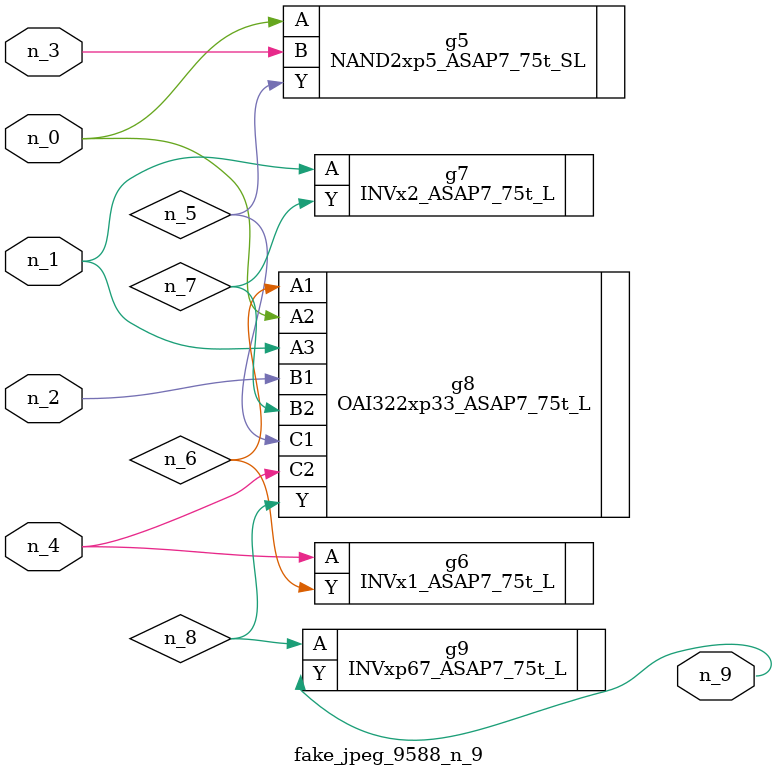
<source format=v>
module fake_jpeg_9588_n_9 (n_3, n_2, n_1, n_0, n_4, n_9);

input n_3;
input n_2;
input n_1;
input n_0;
input n_4;

output n_9;

wire n_8;
wire n_6;
wire n_5;
wire n_7;

NAND2xp5_ASAP7_75t_SL g5 ( 
.A(n_0),
.B(n_3),
.Y(n_5)
);

INVx1_ASAP7_75t_L g6 ( 
.A(n_4),
.Y(n_6)
);

INVx2_ASAP7_75t_L g7 ( 
.A(n_1),
.Y(n_7)
);

OAI322xp33_ASAP7_75t_L g8 ( 
.A1(n_6),
.A2(n_0),
.A3(n_1),
.B1(n_2),
.B2(n_7),
.C1(n_5),
.C2(n_4),
.Y(n_8)
);

INVxp67_ASAP7_75t_L g9 ( 
.A(n_8),
.Y(n_9)
);


endmodule
</source>
